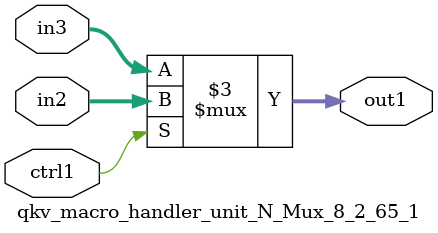
<source format=v>

`timescale 1ps / 1ps


module qkv_macro_handler_unit_N_Mux_8_2_65_1( in3, in2, ctrl1, out1 );

    input [7:0] in3;
    input [7:0] in2;
    input ctrl1;
    output [7:0] out1;
    reg [7:0] out1;

    
    // rtl_process:qkv_macro_handler_unit_N_Mux_8_2_65_1/qkv_macro_handler_unit_N_Mux_8_2_65_1_thread_1
    always @*
      begin : qkv_macro_handler_unit_N_Mux_8_2_65_1_thread_1
        case (ctrl1) 
          1'b1: 
            begin
              out1 = in2;
            end
          default: 
            begin
              out1 = in3;
            end
        endcase
      end

endmodule



</source>
